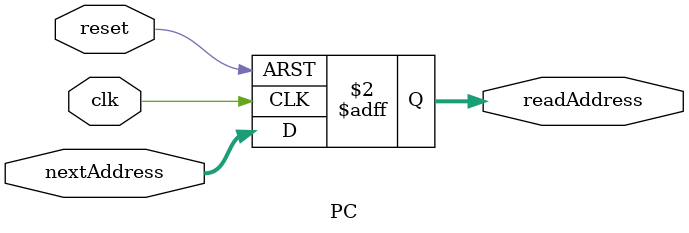
<source format=v>
module PC(
    input [31:0] nextAddress,
    input clk, reset,
    output reg [31:0] readAddress
);

    always @ (posedge reset or posedge clk) begin
        if(reset)
            readAddress <= 32'b0;
        else
            readAddress <= nextAddress;
    end

endmodule
</source>
